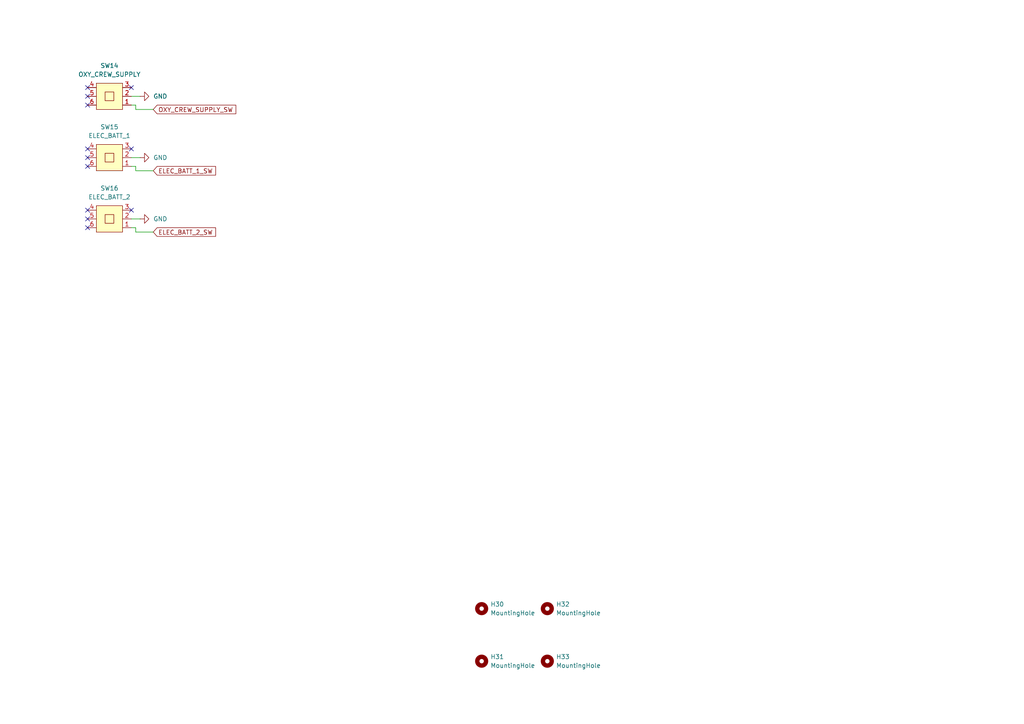
<source format=kicad_sch>
(kicad_sch (version 20231120) (generator "eeschema") (generator_version "8.0")
  (paper "A4")
  (lib_symbols
    (symbol "Mechanical:MountingHole" (pin_names (offset 1.016)) (exclude_from_sim yes) (in_bom no)
      (property "Reference" "H" (at 0 5.08 0))
      (property "Value" "MountingHole" (at 0 3.175 0))
      (symbol "MountingHole_0_1"
        (circle (center 0 0) (radius 1.27) (stroke (width 1.27)))
      )
    )
    (symbol "SFLibrary:SW_DPDT_XLX" (pin_names (offset 1.016))
      (property "Reference" "U" (at 0 5.08 0))
      (property "Value" "SW_DPDT_XLX" (at 0 2.54 0))
      (symbol "SW_DPDT_XLX_0_1"
        (rectangle (start -3.81 0) (end 3.81 -7.62) (fill (type background)))
        (polyline (pts (xy -1.27 -2.54) (xy 1.27 -2.54) (xy 1.27 -5.08) (xy -1.27 -5.08) (xy -1.27 -2.54)))
      )
      (symbol "SW_DPDT_XLX_1_1"
        (pin input line (at 6.35 -6.35 180) (length 2.54) (name "~") (number "1"))
        (pin input line (at 6.35 -3.81 180) (length 2.54) (name "~") (number "2"))
        (pin input line (at 6.35 -1.27 180) (length 2.54) (name "~") (number "3"))
        (pin input line (at -6.35 -1.27 0) (length 2.54) (name "~") (number "4"))
        (pin input line (at -6.35 -3.81 0) (length 2.54) (name "~") (number "5"))
        (pin input line (at -6.35 -6.35 0) (length 2.54) (name "~") (number "6"))
      )
    )
    (symbol "power:GND" (power) (pin_numbers hide) (pin_names (offset 0) hide)
      (property "Value" "GND" (at 0 -3.81 0))
      (symbol "GND_0_1"
        (polyline (pts (xy 0 0) (xy 0 -1.27) (xy 1.27 -1.27) (xy 0 -2.54) (xy -1.27 -1.27) (xy 0 -1.27)))
      )
      (symbol "GND_1_1"
        (pin power_in line (at 0 0 270) (length 0) (name "~") (number "1"))
      )
    )
  )
  (no_connect (at 25.4 66.04))
  (no_connect (at 38.1 43.18))
  (no_connect (at 25.4 60.96))
  (no_connect (at 25.4 63.5))
  (no_connect (at 25.4 43.18))
  (no_connect (at 25.4 30.48))
  (no_connect (at 38.1 25.4))
  (no_connect (at 25.4 27.94))
  (no_connect (at 25.4 45.72))
  (no_connect (at 25.4 48.26))
  (no_connect (at 38.1 60.96))
  (no_connect (at 25.4 25.4))
  (wire (pts (xy 44.45 31.75) (xy 39.37 31.75)))
  (wire (pts (xy 39.37 49.53) (xy 39.37 48.26)))
  (wire (pts (xy 39.37 66.04) (xy 38.1 66.04)))
  (wire (pts (xy 40.64 45.72) (xy 38.1 45.72)))
  (wire (pts (xy 44.45 49.53) (xy 39.37 49.53)))
  (wire (pts (xy 39.37 67.31) (xy 39.37 66.04)))
  (wire (pts (xy 44.45 67.31) (xy 39.37 67.31)))
  (wire (pts (xy 39.37 31.75) (xy 39.37 30.48)))
  (wire (pts (xy 40.64 63.5) (xy 38.1 63.5)))
  (wire (pts (xy 39.37 30.48) (xy 38.1 30.48)))
  (wire (pts (xy 40.64 27.94) (xy 38.1 27.94)))
  (wire (pts (xy 39.37 48.26) (xy 38.1 48.26)))
  (global_label "ELEC_BATT_2_SW" (shape input) (at 44.45 67.31 0) (property "Intersheetrefs" "${INTERSHEET_REFS}" (effects (hide yes))))
  (global_label "ELEC_BATT_1_SW" (shape input) (at 44.45 49.53 0) (property "Intersheetrefs" "${INTERSHEET_REFS}" (effects (hide yes))))
  (global_label "OXY_CREW_SUPPLY_SW" (shape input) (at 44.45 31.75 0) (property "Intersheetrefs" "${INTERSHEET_REFS}" (effects (hide yes))))
  (symbol (lib_id "power:GND") (at 40.64 63.5 90) (unit 1)
    (property "Reference" "#PWR0134" (effects (hide yes)))
    (property "Value" "GND" (at 44.45 63.4999 90) (effects (justify right)))
    (property "Description" "Power symbol creates a global label with name \"GND\" , ground" (effects (hide yes)))
  )
  (symbol (lib_id "power:GND") (at 40.64 45.72 90) (unit 1)
    (property "Reference" "#PWR0133" (effects (hide yes)))
    (property "Value" "GND" (at 44.45 45.7199 90) (effects (justify right)))
    (property "Description" "Power symbol creates a global label with name \"GND\" , ground" (effects (hide yes)))
  )
  (symbol (lib_id "SFLibrary:SW_DPDT_XLX") (at 31.75 41.91 0) (unit 1)
    (property "Reference" "SW15" (at 31.75 36.83 0))
    (property "Value" "ELEC_BATT_1" (at 31.75 39.37 0))
    (property "Footprint" "SFLibrary:G-Switch PS-7054DVB-6PN" (effects (hide yes)))
  )
  (symbol (lib_id "Mechanical:MountingHole") (at 139.7 176.53 0) (unit 1) (exclude_from_sim yes) (in_bom no)
    (property "Reference" "H30" (at 142.24 175.2599 0) (effects (justify left)))
    (property "Value" "MountingHole" (at 142.24 177.7999 0) (effects (justify left)))
    (property "Footprint" "MountingHole:MountingHole_3.2mm_M3_DIN965_Pad_TopBottom" (effects (hide yes)))
    (property "Description" "Mounting Hole without connection" (effects (hide yes)))
  )
  (symbol (lib_id "power:GND") (at 40.64 27.94 90) (unit 1)
    (property "Reference" "#PWR0130" (effects (hide yes)))
    (property "Value" "GND" (at 44.45 27.9399 90) (effects (justify right)))
    (property "Description" "Power symbol creates a global label with name \"GND\" , ground" (effects (hide yes)))
  )
  (symbol (lib_id "Mechanical:MountingHole") (at 139.7 191.77 0) (unit 1) (exclude_from_sim yes) (in_bom no)
    (property "Reference" "H31" (at 142.24 190.4999 0) (effects (justify left)))
    (property "Value" "MountingHole" (at 142.24 193.0399 0) (effects (justify left)))
    (property "Footprint" "MountingHole:MountingHole_3.2mm_M3_DIN965_Pad_TopBottom" (effects (hide yes)))
    (property "Description" "Mounting Hole without connection" (effects (hide yes)))
  )
  (symbol (lib_id "Mechanical:MountingHole") (at 158.75 191.77 0) (unit 1) (exclude_from_sim yes) (in_bom no)
    (property "Reference" "H33" (at 161.29 190.4999 0) (effects (justify left)))
    (property "Value" "MountingHole" (at 161.29 193.0399 0) (effects (justify left)))
    (property "Footprint" "MountingHole:MountingHole_3.2mm_M3_DIN965_Pad_TopBottom" (effects (hide yes)))
    (property "Description" "Mounting Hole without connection" (effects (hide yes)))
  )
  (symbol (lib_id "SFLibrary:SW_DPDT_XLX") (at 31.75 24.13 0) (unit 1)
    (property "Reference" "SW14" (at 31.75 19.05 0))
    (property "Value" "OXY_CREW_SUPPLY" (at 31.75 21.59 0))
    (property "Footprint" "SFLibrary:G-Switch PS-7054DVB-6PN" (effects (hide yes)))
  )
  (symbol (lib_id "SFLibrary:SW_DPDT_XLX") (at 31.75 59.69 0) (unit 1)
    (property "Reference" "SW16" (at 31.75 54.61 0))
    (property "Value" "ELEC_BATT_2" (at 31.75 57.15 0))
    (property "Footprint" "SFLibrary:G-Switch PS-7054DVB-6PN" (effects (hide yes)))
  )
  (symbol (lib_id "Mechanical:MountingHole") (at 158.75 176.53 0) (unit 1) (exclude_from_sim yes) (in_bom no)
    (property "Reference" "H32" (at 161.29 175.2599 0) (effects (justify left)))
    (property "Value" "MountingHole" (at 161.29 177.7999 0) (effects (justify left)))
    (property "Footprint" "MountingHole:MountingHole_3.2mm_M3_DIN965_Pad_TopBottom" (effects (hide yes)))
    (property "Description" "Mounting Hole without connection" (effects (hide yes)))
  )
)
</source>
